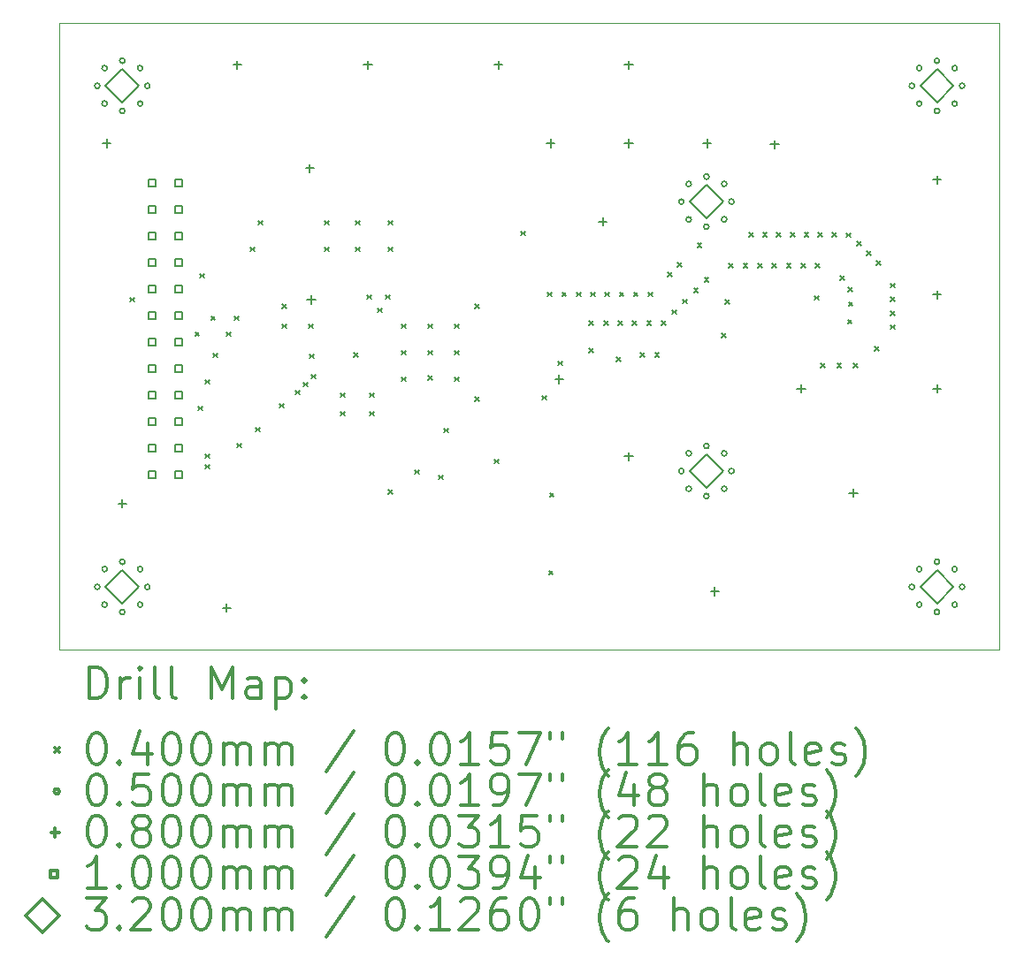
<source format=gbr>
%FSLAX45Y45*%
G04 Gerber Fmt 4.5, Leading zero omitted, Abs format (unit mm)*
G04 Created by KiCad (PCBNEW (5.1.12)-1) date 2021-12-17 11:46:13*
%MOMM*%
%LPD*%
G01*
G04 APERTURE LIST*
%TA.AperFunction,Profile*%
%ADD10C,0.050000*%
%TD*%
%ADD11C,0.200000*%
%ADD12C,0.300000*%
G04 APERTURE END LIST*
D10*
X9022000Y-7472360D02*
X18022000Y-7472360D01*
X18022000Y-7472360D02*
X18022000Y-13472360D01*
X9022000Y-13472360D02*
X9022000Y-7472360D01*
X18022000Y-13472360D02*
X9022000Y-13472360D01*
D11*
X9695500Y-10099360D02*
X9735500Y-10139360D01*
X9735500Y-10099360D02*
X9695500Y-10139360D01*
X10318265Y-10430025D02*
X10358265Y-10470025D01*
X10358265Y-10430025D02*
X10318265Y-10470025D01*
X10346900Y-11140760D02*
X10386900Y-11180760D01*
X10386900Y-11140760D02*
X10346900Y-11180760D01*
X10368600Y-9870760D02*
X10408600Y-9910760D01*
X10408600Y-9870760D02*
X10368600Y-9910760D01*
X10419400Y-10886760D02*
X10459400Y-10926760D01*
X10459400Y-10886760D02*
X10419400Y-10926760D01*
X10419400Y-11597960D02*
X10459400Y-11637960D01*
X10459400Y-11597960D02*
X10419400Y-11637960D01*
X10419400Y-11699560D02*
X10459400Y-11739560D01*
X10459400Y-11699560D02*
X10419400Y-11739560D01*
X10470665Y-10277625D02*
X10510665Y-10317625D01*
X10510665Y-10277625D02*
X10470665Y-10317625D01*
X10495600Y-10632760D02*
X10535600Y-10672760D01*
X10535600Y-10632760D02*
X10495600Y-10672760D01*
X10622600Y-10429560D02*
X10662600Y-10469560D01*
X10662600Y-10429560D02*
X10622600Y-10469560D01*
X10698800Y-10277160D02*
X10738800Y-10317160D01*
X10738800Y-10277160D02*
X10698800Y-10317160D01*
X10724200Y-11496360D02*
X10764200Y-11536360D01*
X10764200Y-11496360D02*
X10724200Y-11536360D01*
X10851200Y-9616760D02*
X10891200Y-9656760D01*
X10891200Y-9616760D02*
X10851200Y-9656760D01*
X10902000Y-11343960D02*
X10942000Y-11383960D01*
X10942000Y-11343960D02*
X10902000Y-11383960D01*
X10927400Y-9362760D02*
X10967400Y-9402760D01*
X10967400Y-9362760D02*
X10927400Y-9402760D01*
X11130600Y-11115360D02*
X11170600Y-11155360D01*
X11170600Y-11115360D02*
X11130600Y-11155360D01*
X11156000Y-10162860D02*
X11196000Y-10202860D01*
X11196000Y-10162860D02*
X11156000Y-10202860D01*
X11156000Y-10353360D02*
X11196000Y-10393360D01*
X11196000Y-10353360D02*
X11156000Y-10393360D01*
X11283000Y-10988360D02*
X11323000Y-11028360D01*
X11323000Y-10988360D02*
X11283000Y-11028360D01*
X11359200Y-10912160D02*
X11399200Y-10952160D01*
X11399200Y-10912160D02*
X11359200Y-10952160D01*
X11410000Y-10353360D02*
X11450000Y-10393360D01*
X11450000Y-10353360D02*
X11410000Y-10393360D01*
X11415080Y-10642920D02*
X11455080Y-10682920D01*
X11455080Y-10642920D02*
X11415080Y-10682920D01*
X11435400Y-10835960D02*
X11475400Y-10875960D01*
X11475400Y-10835960D02*
X11435400Y-10875960D01*
X11562400Y-9362760D02*
X11602400Y-9402760D01*
X11602400Y-9362760D02*
X11562400Y-9402760D01*
X11562400Y-9616760D02*
X11602400Y-9656760D01*
X11602400Y-9616760D02*
X11562400Y-9656760D01*
X11714800Y-11013760D02*
X11754800Y-11053760D01*
X11754800Y-11013760D02*
X11714800Y-11053760D01*
X11714800Y-11191560D02*
X11754800Y-11231560D01*
X11754800Y-11191560D02*
X11714800Y-11231560D01*
X11841670Y-10632630D02*
X11881670Y-10672630D01*
X11881670Y-10632630D02*
X11841670Y-10672630D01*
X11854500Y-9362760D02*
X11894500Y-9402760D01*
X11894500Y-9362760D02*
X11854500Y-9402760D01*
X11854500Y-9616760D02*
X11894500Y-9656760D01*
X11894500Y-9616760D02*
X11854500Y-9656760D01*
X11968800Y-10073960D02*
X12008800Y-10113960D01*
X12008800Y-10073960D02*
X11968800Y-10113960D01*
X11994200Y-11013760D02*
X12034200Y-11053760D01*
X12034200Y-11013760D02*
X11994200Y-11053760D01*
X11994200Y-11191560D02*
X12034200Y-11231560D01*
X12034200Y-11191560D02*
X11994200Y-11231560D01*
X12070400Y-10200960D02*
X12110400Y-10240960D01*
X12110400Y-10200960D02*
X12070400Y-10240960D01*
X12146600Y-10073960D02*
X12186600Y-10113960D01*
X12186600Y-10073960D02*
X12146600Y-10113960D01*
X12172000Y-9362760D02*
X12212000Y-9402760D01*
X12212000Y-9362760D02*
X12172000Y-9402760D01*
X12172000Y-9616760D02*
X12212000Y-9656760D01*
X12212000Y-9616760D02*
X12172000Y-9656760D01*
X12172000Y-11940860D02*
X12212000Y-11980860D01*
X12212000Y-11940860D02*
X12172000Y-11980860D01*
X12299000Y-10353360D02*
X12339000Y-10393360D01*
X12339000Y-10353360D02*
X12299000Y-10393360D01*
X12299000Y-10607360D02*
X12339000Y-10647360D01*
X12339000Y-10607360D02*
X12299000Y-10647360D01*
X12299000Y-10861360D02*
X12339000Y-10901360D01*
X12339000Y-10861360D02*
X12299000Y-10901360D01*
X12426000Y-11750360D02*
X12466000Y-11790360D01*
X12466000Y-11750360D02*
X12426000Y-11790360D01*
X12553000Y-10353360D02*
X12593000Y-10393360D01*
X12593000Y-10353360D02*
X12553000Y-10393360D01*
X12553000Y-10607360D02*
X12593000Y-10647360D01*
X12593000Y-10607360D02*
X12553000Y-10647360D01*
X12553000Y-10852360D02*
X12593000Y-10892360D01*
X12593000Y-10852360D02*
X12553000Y-10892360D01*
X12654600Y-11801160D02*
X12694600Y-11841160D01*
X12694600Y-11801160D02*
X12654600Y-11841160D01*
X12702000Y-11352360D02*
X12742000Y-11392360D01*
X12742000Y-11352360D02*
X12702000Y-11392360D01*
X12807000Y-10353360D02*
X12847000Y-10393360D01*
X12847000Y-10353360D02*
X12807000Y-10393360D01*
X12807000Y-10607360D02*
X12847000Y-10647360D01*
X12847000Y-10607360D02*
X12807000Y-10647360D01*
X12807000Y-10861360D02*
X12847000Y-10901360D01*
X12847000Y-10861360D02*
X12807000Y-10901360D01*
X12997500Y-10162860D02*
X13037500Y-10202860D01*
X13037500Y-10162860D02*
X12997500Y-10202860D01*
X12997500Y-11051860D02*
X13037500Y-11091860D01*
X13037500Y-11051860D02*
X12997500Y-11091860D01*
X13188000Y-11648760D02*
X13228000Y-11688760D01*
X13228000Y-11648760D02*
X13188000Y-11688760D01*
X13442000Y-9464360D02*
X13482000Y-9504360D01*
X13482000Y-9464360D02*
X13442000Y-9504360D01*
X13645200Y-11039160D02*
X13685200Y-11079160D01*
X13685200Y-11039160D02*
X13645200Y-11079160D01*
X13694925Y-10049959D02*
X13734925Y-10089959D01*
X13734925Y-10049959D02*
X13694925Y-10089959D01*
X13706080Y-12715760D02*
X13746080Y-12755760D01*
X13746080Y-12715760D02*
X13706080Y-12755760D01*
X13713700Y-11971540D02*
X13753700Y-12011540D01*
X13753700Y-11971540D02*
X13713700Y-12011540D01*
X13797600Y-10708960D02*
X13837600Y-10748960D01*
X13837600Y-10708960D02*
X13797600Y-10748960D01*
X13832351Y-10049959D02*
X13872351Y-10089959D01*
X13872351Y-10049959D02*
X13832351Y-10089959D01*
X13969778Y-10049959D02*
X14009778Y-10089959D01*
X14009778Y-10049959D02*
X13969778Y-10089959D01*
X14092000Y-10587360D02*
X14132000Y-10627360D01*
X14132000Y-10587360D02*
X14092000Y-10627360D01*
X14093939Y-10322360D02*
X14133939Y-10362360D01*
X14133939Y-10322360D02*
X14093939Y-10362360D01*
X14107205Y-10049959D02*
X14147205Y-10089959D01*
X14147205Y-10049959D02*
X14107205Y-10089959D01*
X14232054Y-10322360D02*
X14272054Y-10362360D01*
X14272054Y-10322360D02*
X14232054Y-10362360D01*
X14244632Y-10049959D02*
X14284632Y-10089959D01*
X14284632Y-10049959D02*
X14244632Y-10089959D01*
X14356197Y-10669058D02*
X14396197Y-10709058D01*
X14396197Y-10669058D02*
X14356197Y-10709058D01*
X14370168Y-10322360D02*
X14410168Y-10362360D01*
X14410168Y-10322360D02*
X14370168Y-10362360D01*
X14382059Y-10049959D02*
X14422059Y-10089959D01*
X14422059Y-10049959D02*
X14382059Y-10089959D01*
X14508282Y-10322360D02*
X14548282Y-10362360D01*
X14548282Y-10322360D02*
X14508282Y-10362360D01*
X14519485Y-10049959D02*
X14559485Y-10089959D01*
X14559485Y-10049959D02*
X14519485Y-10089959D01*
X14581610Y-10630721D02*
X14621610Y-10670721D01*
X14621610Y-10630721D02*
X14581610Y-10670721D01*
X14646397Y-10322360D02*
X14686397Y-10362360D01*
X14686397Y-10322360D02*
X14646397Y-10362360D01*
X14656912Y-10049959D02*
X14696912Y-10089959D01*
X14696912Y-10049959D02*
X14656912Y-10089959D01*
X14720544Y-10630721D02*
X14760544Y-10670721D01*
X14760544Y-10630721D02*
X14720544Y-10670721D01*
X14784511Y-10322360D02*
X14824511Y-10362360D01*
X14824511Y-10322360D02*
X14784511Y-10362360D01*
X14844926Y-9861945D02*
X14884926Y-9901945D01*
X14884926Y-9861945D02*
X14844926Y-9901945D01*
X14887561Y-10219310D02*
X14927561Y-10259310D01*
X14927561Y-10219310D02*
X14887561Y-10259310D01*
X14938933Y-9767938D02*
X14978933Y-9807938D01*
X14978933Y-9767938D02*
X14938933Y-9807938D01*
X14990610Y-10116261D02*
X15030610Y-10156261D01*
X15030610Y-10116261D02*
X14990610Y-10156261D01*
X15093660Y-10013211D02*
X15133660Y-10053211D01*
X15133660Y-10013211D02*
X15093660Y-10053211D01*
X15126947Y-9579924D02*
X15166947Y-9619924D01*
X15166947Y-9579924D02*
X15126947Y-9619924D01*
X15196710Y-9910161D02*
X15236710Y-9950161D01*
X15236710Y-9910161D02*
X15196710Y-9950161D01*
X15362000Y-10442360D02*
X15402000Y-10482360D01*
X15402000Y-10442360D02*
X15362000Y-10482360D01*
X15397000Y-10122360D02*
X15437000Y-10162360D01*
X15437000Y-10122360D02*
X15397000Y-10162360D01*
X15431158Y-9777359D02*
X15471158Y-9817359D01*
X15471158Y-9777359D02*
X15431158Y-9817359D01*
X15569288Y-9777359D02*
X15609288Y-9817359D01*
X15609288Y-9777359D02*
X15569288Y-9817359D01*
X15621840Y-9477359D02*
X15661840Y-9517359D01*
X15661840Y-9477359D02*
X15621840Y-9517359D01*
X15707417Y-9777359D02*
X15747417Y-9817359D01*
X15747417Y-9777359D02*
X15707417Y-9817359D01*
X15754786Y-9477359D02*
X15794786Y-9517359D01*
X15794786Y-9477359D02*
X15754786Y-9517359D01*
X15845546Y-9777359D02*
X15885546Y-9817359D01*
X15885546Y-9777359D02*
X15845546Y-9817359D01*
X15887732Y-9477359D02*
X15927732Y-9517359D01*
X15927732Y-9477359D02*
X15887732Y-9517359D01*
X15983676Y-9777359D02*
X16023676Y-9817359D01*
X16023676Y-9777359D02*
X15983676Y-9817359D01*
X16020678Y-9477359D02*
X16060678Y-9517359D01*
X16060678Y-9477359D02*
X16020678Y-9517359D01*
X16121805Y-9777359D02*
X16161805Y-9817359D01*
X16161805Y-9777359D02*
X16121805Y-9817359D01*
X16153624Y-9477359D02*
X16193624Y-9517359D01*
X16193624Y-9477359D02*
X16153624Y-9517359D01*
X16248152Y-10082360D02*
X16288152Y-10122360D01*
X16288152Y-10082360D02*
X16248152Y-10122360D01*
X16259934Y-9777359D02*
X16299934Y-9817359D01*
X16299934Y-9777359D02*
X16259934Y-9817359D01*
X16286570Y-9477359D02*
X16326570Y-9517359D01*
X16326570Y-9477359D02*
X16286570Y-9517359D01*
X16310640Y-10731360D02*
X16350640Y-10771360D01*
X16350640Y-10731360D02*
X16310640Y-10771360D01*
X16419515Y-9477359D02*
X16459515Y-9517359D01*
X16459515Y-9477359D02*
X16419515Y-9517359D01*
X16466559Y-10731360D02*
X16506559Y-10771360D01*
X16506559Y-10731360D02*
X16466559Y-10771360D01*
X16492786Y-9895657D02*
X16532786Y-9935657D01*
X16532786Y-9895657D02*
X16492786Y-9935657D01*
X16552144Y-9481234D02*
X16592144Y-9521234D01*
X16592144Y-9481234D02*
X16552144Y-9521234D01*
X16567000Y-10312360D02*
X16607000Y-10352360D01*
X16607000Y-10312360D02*
X16567000Y-10352360D01*
X16573730Y-10004743D02*
X16613730Y-10044743D01*
X16613730Y-10004743D02*
X16573730Y-10044743D01*
X16577001Y-10142627D02*
X16617001Y-10182627D01*
X16617001Y-10142627D02*
X16577001Y-10182627D01*
X16622477Y-10731229D02*
X16662477Y-10771229D01*
X16662477Y-10731229D02*
X16622477Y-10771229D01*
X16656875Y-9559746D02*
X16696875Y-9599746D01*
X16696875Y-9559746D02*
X16656875Y-9599746D01*
X16750882Y-9653753D02*
X16790882Y-9693753D01*
X16790882Y-9653753D02*
X16750882Y-9693753D01*
X16828510Y-10573339D02*
X16868510Y-10613339D01*
X16868510Y-10573339D02*
X16828510Y-10613339D01*
X16844889Y-9747760D02*
X16884889Y-9787760D01*
X16884889Y-9747760D02*
X16844889Y-9787760D01*
X16977001Y-9964523D02*
X17017001Y-10004523D01*
X17017001Y-9964523D02*
X16977001Y-10004523D01*
X16977001Y-10097469D02*
X17017001Y-10137469D01*
X17017001Y-10097469D02*
X16977001Y-10137469D01*
X16977001Y-10230415D02*
X17017001Y-10270415D01*
X17017001Y-10230415D02*
X16977001Y-10270415D01*
X16977001Y-10363361D02*
X17017001Y-10403361D01*
X17017001Y-10363361D02*
X16977001Y-10403361D01*
X9407000Y-8072360D02*
G75*
G03*
X9407000Y-8072360I-25000J0D01*
G01*
X9407000Y-12872360D02*
G75*
G03*
X9407000Y-12872360I-25000J0D01*
G01*
X9477294Y-7902654D02*
G75*
G03*
X9477294Y-7902654I-25000J0D01*
G01*
X9477294Y-8242066D02*
G75*
G03*
X9477294Y-8242066I-25000J0D01*
G01*
X9477294Y-12702654D02*
G75*
G03*
X9477294Y-12702654I-25000J0D01*
G01*
X9477294Y-13042066D02*
G75*
G03*
X9477294Y-13042066I-25000J0D01*
G01*
X9647000Y-7832360D02*
G75*
G03*
X9647000Y-7832360I-25000J0D01*
G01*
X9647000Y-8312360D02*
G75*
G03*
X9647000Y-8312360I-25000J0D01*
G01*
X9647000Y-12632360D02*
G75*
G03*
X9647000Y-12632360I-25000J0D01*
G01*
X9647000Y-13112360D02*
G75*
G03*
X9647000Y-13112360I-25000J0D01*
G01*
X9816706Y-7902654D02*
G75*
G03*
X9816706Y-7902654I-25000J0D01*
G01*
X9816706Y-8242066D02*
G75*
G03*
X9816706Y-8242066I-25000J0D01*
G01*
X9816706Y-12702654D02*
G75*
G03*
X9816706Y-12702654I-25000J0D01*
G01*
X9816706Y-13042066D02*
G75*
G03*
X9816706Y-13042066I-25000J0D01*
G01*
X9887000Y-8072360D02*
G75*
G03*
X9887000Y-8072360I-25000J0D01*
G01*
X9887000Y-12872360D02*
G75*
G03*
X9887000Y-12872360I-25000J0D01*
G01*
X14999520Y-9182040D02*
G75*
G03*
X14999520Y-9182040I-25000J0D01*
G01*
X14999520Y-11762680D02*
G75*
G03*
X14999520Y-11762680I-25000J0D01*
G01*
X15069814Y-9012334D02*
G75*
G03*
X15069814Y-9012334I-25000J0D01*
G01*
X15069814Y-9351746D02*
G75*
G03*
X15069814Y-9351746I-25000J0D01*
G01*
X15069814Y-11592974D02*
G75*
G03*
X15069814Y-11592974I-25000J0D01*
G01*
X15069814Y-11932386D02*
G75*
G03*
X15069814Y-11932386I-25000J0D01*
G01*
X15239520Y-8942040D02*
G75*
G03*
X15239520Y-8942040I-25000J0D01*
G01*
X15239520Y-9422040D02*
G75*
G03*
X15239520Y-9422040I-25000J0D01*
G01*
X15239520Y-11522680D02*
G75*
G03*
X15239520Y-11522680I-25000J0D01*
G01*
X15239520Y-12002680D02*
G75*
G03*
X15239520Y-12002680I-25000J0D01*
G01*
X15409226Y-9012334D02*
G75*
G03*
X15409226Y-9012334I-25000J0D01*
G01*
X15409226Y-9351746D02*
G75*
G03*
X15409226Y-9351746I-25000J0D01*
G01*
X15409226Y-11592974D02*
G75*
G03*
X15409226Y-11592974I-25000J0D01*
G01*
X15409226Y-11932386D02*
G75*
G03*
X15409226Y-11932386I-25000J0D01*
G01*
X15479520Y-9182040D02*
G75*
G03*
X15479520Y-9182040I-25000J0D01*
G01*
X15479520Y-11762680D02*
G75*
G03*
X15479520Y-11762680I-25000J0D01*
G01*
X17207000Y-8072360D02*
G75*
G03*
X17207000Y-8072360I-25000J0D01*
G01*
X17207000Y-12872360D02*
G75*
G03*
X17207000Y-12872360I-25000J0D01*
G01*
X17277294Y-7902654D02*
G75*
G03*
X17277294Y-7902654I-25000J0D01*
G01*
X17277294Y-8242066D02*
G75*
G03*
X17277294Y-8242066I-25000J0D01*
G01*
X17277294Y-12702654D02*
G75*
G03*
X17277294Y-12702654I-25000J0D01*
G01*
X17277294Y-13042066D02*
G75*
G03*
X17277294Y-13042066I-25000J0D01*
G01*
X17447000Y-7832360D02*
G75*
G03*
X17447000Y-7832360I-25000J0D01*
G01*
X17447000Y-8312360D02*
G75*
G03*
X17447000Y-8312360I-25000J0D01*
G01*
X17447000Y-12632360D02*
G75*
G03*
X17447000Y-12632360I-25000J0D01*
G01*
X17447000Y-13112360D02*
G75*
G03*
X17447000Y-13112360I-25000J0D01*
G01*
X17616706Y-7902654D02*
G75*
G03*
X17616706Y-7902654I-25000J0D01*
G01*
X17616706Y-8242066D02*
G75*
G03*
X17616706Y-8242066I-25000J0D01*
G01*
X17616706Y-12702654D02*
G75*
G03*
X17616706Y-12702654I-25000J0D01*
G01*
X17616706Y-13042066D02*
G75*
G03*
X17616706Y-13042066I-25000J0D01*
G01*
X17687000Y-8072360D02*
G75*
G03*
X17687000Y-8072360I-25000J0D01*
G01*
X17687000Y-12872360D02*
G75*
G03*
X17687000Y-12872360I-25000J0D01*
G01*
X9472000Y-8582360D02*
X9472000Y-8662360D01*
X9432000Y-8622360D02*
X9512000Y-8622360D01*
X9622000Y-12032360D02*
X9622000Y-12112360D01*
X9582000Y-12072360D02*
X9662000Y-12072360D01*
X10622000Y-13032360D02*
X10622000Y-13112360D01*
X10582000Y-13072360D02*
X10662000Y-13072360D01*
X10722000Y-7832360D02*
X10722000Y-7912360D01*
X10682000Y-7872360D02*
X10762000Y-7872360D01*
X11417300Y-8822060D02*
X11417300Y-8902060D01*
X11377300Y-8862060D02*
X11457300Y-8862060D01*
X11430000Y-10079360D02*
X11430000Y-10159360D01*
X11390000Y-10119360D02*
X11470000Y-10119360D01*
X11972000Y-7832360D02*
X11972000Y-7912360D01*
X11932000Y-7872360D02*
X12012000Y-7872360D01*
X13222000Y-7832360D02*
X13222000Y-7912360D01*
X13182000Y-7872360D02*
X13262000Y-7872360D01*
X13722000Y-8582360D02*
X13722000Y-8662360D01*
X13682000Y-8622360D02*
X13762000Y-8622360D01*
X13804900Y-10841360D02*
X13804900Y-10921360D01*
X13764900Y-10881360D02*
X13844900Y-10881360D01*
X14222000Y-9332360D02*
X14222000Y-9412360D01*
X14182000Y-9372360D02*
X14262000Y-9372360D01*
X14472000Y-7832360D02*
X14472000Y-7912360D01*
X14432000Y-7872360D02*
X14512000Y-7872360D01*
X14472000Y-8582360D02*
X14472000Y-8662360D01*
X14432000Y-8622360D02*
X14512000Y-8622360D01*
X14472000Y-11582360D02*
X14472000Y-11662360D01*
X14432000Y-11622360D02*
X14512000Y-11622360D01*
X15222000Y-8582360D02*
X15222000Y-8662360D01*
X15182000Y-8622360D02*
X15262000Y-8622360D01*
X15295800Y-12873560D02*
X15295800Y-12953560D01*
X15255800Y-12913560D02*
X15335800Y-12913560D01*
X15867300Y-8593660D02*
X15867300Y-8673660D01*
X15827300Y-8633660D02*
X15907300Y-8633660D01*
X16122000Y-10932360D02*
X16122000Y-11012360D01*
X16082000Y-10972360D02*
X16162000Y-10972360D01*
X16622000Y-11932360D02*
X16622000Y-12012360D01*
X16582000Y-11972360D02*
X16662000Y-11972360D01*
X17422000Y-8932360D02*
X17422000Y-9012360D01*
X17382000Y-8972360D02*
X17462000Y-8972360D01*
X17422000Y-10032360D02*
X17422000Y-10112360D01*
X17382000Y-10072360D02*
X17462000Y-10072360D01*
X17422000Y-10932360D02*
X17422000Y-11012360D01*
X17382000Y-10972360D02*
X17462000Y-10972360D01*
X9941356Y-9037116D02*
X9941356Y-8966404D01*
X9870644Y-8966404D01*
X9870644Y-9037116D01*
X9941356Y-9037116D01*
X9941356Y-9291116D02*
X9941356Y-9220404D01*
X9870644Y-9220404D01*
X9870644Y-9291116D01*
X9941356Y-9291116D01*
X9941356Y-9545116D02*
X9941356Y-9474404D01*
X9870644Y-9474404D01*
X9870644Y-9545116D01*
X9941356Y-9545116D01*
X9941356Y-9799116D02*
X9941356Y-9728404D01*
X9870644Y-9728404D01*
X9870644Y-9799116D01*
X9941356Y-9799116D01*
X9941356Y-10053116D02*
X9941356Y-9982404D01*
X9870644Y-9982404D01*
X9870644Y-10053116D01*
X9941356Y-10053116D01*
X9941356Y-10307116D02*
X9941356Y-10236404D01*
X9870644Y-10236404D01*
X9870644Y-10307116D01*
X9941356Y-10307116D01*
X9941356Y-10561116D02*
X9941356Y-10490404D01*
X9870644Y-10490404D01*
X9870644Y-10561116D01*
X9941356Y-10561116D01*
X9941356Y-10815116D02*
X9941356Y-10744404D01*
X9870644Y-10744404D01*
X9870644Y-10815116D01*
X9941356Y-10815116D01*
X9941356Y-11069116D02*
X9941356Y-10998404D01*
X9870644Y-10998404D01*
X9870644Y-11069116D01*
X9941356Y-11069116D01*
X9941356Y-11323116D02*
X9941356Y-11252404D01*
X9870644Y-11252404D01*
X9870644Y-11323116D01*
X9941356Y-11323116D01*
X9941356Y-11577116D02*
X9941356Y-11506404D01*
X9870644Y-11506404D01*
X9870644Y-11577116D01*
X9941356Y-11577116D01*
X9941356Y-11831116D02*
X9941356Y-11760404D01*
X9870644Y-11760404D01*
X9870644Y-11831116D01*
X9941356Y-11831116D01*
X10195356Y-9037116D02*
X10195356Y-8966404D01*
X10124644Y-8966404D01*
X10124644Y-9037116D01*
X10195356Y-9037116D01*
X10195356Y-9291116D02*
X10195356Y-9220404D01*
X10124644Y-9220404D01*
X10124644Y-9291116D01*
X10195356Y-9291116D01*
X10195356Y-9545116D02*
X10195356Y-9474404D01*
X10124644Y-9474404D01*
X10124644Y-9545116D01*
X10195356Y-9545116D01*
X10195356Y-9799116D02*
X10195356Y-9728404D01*
X10124644Y-9728404D01*
X10124644Y-9799116D01*
X10195356Y-9799116D01*
X10195356Y-10053116D02*
X10195356Y-9982404D01*
X10124644Y-9982404D01*
X10124644Y-10053116D01*
X10195356Y-10053116D01*
X10195356Y-10307116D02*
X10195356Y-10236404D01*
X10124644Y-10236404D01*
X10124644Y-10307116D01*
X10195356Y-10307116D01*
X10195356Y-10561116D02*
X10195356Y-10490404D01*
X10124644Y-10490404D01*
X10124644Y-10561116D01*
X10195356Y-10561116D01*
X10195356Y-10815116D02*
X10195356Y-10744404D01*
X10124644Y-10744404D01*
X10124644Y-10815116D01*
X10195356Y-10815116D01*
X10195356Y-11069116D02*
X10195356Y-10998404D01*
X10124644Y-10998404D01*
X10124644Y-11069116D01*
X10195356Y-11069116D01*
X10195356Y-11323116D02*
X10195356Y-11252404D01*
X10124644Y-11252404D01*
X10124644Y-11323116D01*
X10195356Y-11323116D01*
X10195356Y-11577116D02*
X10195356Y-11506404D01*
X10124644Y-11506404D01*
X10124644Y-11577116D01*
X10195356Y-11577116D01*
X10195356Y-11831116D02*
X10195356Y-11760404D01*
X10124644Y-11760404D01*
X10124644Y-11831116D01*
X10195356Y-11831116D01*
X9622000Y-8232360D02*
X9782000Y-8072360D01*
X9622000Y-7912360D01*
X9462000Y-8072360D01*
X9622000Y-8232360D01*
X9622000Y-13032360D02*
X9782000Y-12872360D01*
X9622000Y-12712360D01*
X9462000Y-12872360D01*
X9622000Y-13032360D01*
X15214520Y-9342040D02*
X15374520Y-9182040D01*
X15214520Y-9022040D01*
X15054520Y-9182040D01*
X15214520Y-9342040D01*
X15214520Y-11922680D02*
X15374520Y-11762680D01*
X15214520Y-11602680D01*
X15054520Y-11762680D01*
X15214520Y-11922680D01*
X17422000Y-8232360D02*
X17582000Y-8072360D01*
X17422000Y-7912360D01*
X17262000Y-8072360D01*
X17422000Y-8232360D01*
X17422000Y-13032360D02*
X17582000Y-12872360D01*
X17422000Y-12712360D01*
X17262000Y-12872360D01*
X17422000Y-13032360D01*
D12*
X9305928Y-13940574D02*
X9305928Y-13640574D01*
X9377357Y-13640574D01*
X9420214Y-13654860D01*
X9448786Y-13683431D01*
X9463071Y-13712003D01*
X9477357Y-13769146D01*
X9477357Y-13812003D01*
X9463071Y-13869146D01*
X9448786Y-13897717D01*
X9420214Y-13926289D01*
X9377357Y-13940574D01*
X9305928Y-13940574D01*
X9605928Y-13940574D02*
X9605928Y-13740574D01*
X9605928Y-13797717D02*
X9620214Y-13769146D01*
X9634500Y-13754860D01*
X9663071Y-13740574D01*
X9691643Y-13740574D01*
X9791643Y-13940574D02*
X9791643Y-13740574D01*
X9791643Y-13640574D02*
X9777357Y-13654860D01*
X9791643Y-13669146D01*
X9805928Y-13654860D01*
X9791643Y-13640574D01*
X9791643Y-13669146D01*
X9977357Y-13940574D02*
X9948786Y-13926289D01*
X9934500Y-13897717D01*
X9934500Y-13640574D01*
X10134500Y-13940574D02*
X10105928Y-13926289D01*
X10091643Y-13897717D01*
X10091643Y-13640574D01*
X10477357Y-13940574D02*
X10477357Y-13640574D01*
X10577357Y-13854860D01*
X10677357Y-13640574D01*
X10677357Y-13940574D01*
X10948786Y-13940574D02*
X10948786Y-13783431D01*
X10934500Y-13754860D01*
X10905928Y-13740574D01*
X10848786Y-13740574D01*
X10820214Y-13754860D01*
X10948786Y-13926289D02*
X10920214Y-13940574D01*
X10848786Y-13940574D01*
X10820214Y-13926289D01*
X10805928Y-13897717D01*
X10805928Y-13869146D01*
X10820214Y-13840574D01*
X10848786Y-13826289D01*
X10920214Y-13826289D01*
X10948786Y-13812003D01*
X11091643Y-13740574D02*
X11091643Y-14040574D01*
X11091643Y-13754860D02*
X11120214Y-13740574D01*
X11177357Y-13740574D01*
X11205928Y-13754860D01*
X11220214Y-13769146D01*
X11234500Y-13797717D01*
X11234500Y-13883431D01*
X11220214Y-13912003D01*
X11205928Y-13926289D01*
X11177357Y-13940574D01*
X11120214Y-13940574D01*
X11091643Y-13926289D01*
X11363071Y-13912003D02*
X11377357Y-13926289D01*
X11363071Y-13940574D01*
X11348786Y-13926289D01*
X11363071Y-13912003D01*
X11363071Y-13940574D01*
X11363071Y-13754860D02*
X11377357Y-13769146D01*
X11363071Y-13783431D01*
X11348786Y-13769146D01*
X11363071Y-13754860D01*
X11363071Y-13783431D01*
X8979500Y-14414860D02*
X9019500Y-14454860D01*
X9019500Y-14414860D02*
X8979500Y-14454860D01*
X9363071Y-14270574D02*
X9391643Y-14270574D01*
X9420214Y-14284860D01*
X9434500Y-14299146D01*
X9448786Y-14327717D01*
X9463071Y-14384860D01*
X9463071Y-14456289D01*
X9448786Y-14513431D01*
X9434500Y-14542003D01*
X9420214Y-14556289D01*
X9391643Y-14570574D01*
X9363071Y-14570574D01*
X9334500Y-14556289D01*
X9320214Y-14542003D01*
X9305928Y-14513431D01*
X9291643Y-14456289D01*
X9291643Y-14384860D01*
X9305928Y-14327717D01*
X9320214Y-14299146D01*
X9334500Y-14284860D01*
X9363071Y-14270574D01*
X9591643Y-14542003D02*
X9605928Y-14556289D01*
X9591643Y-14570574D01*
X9577357Y-14556289D01*
X9591643Y-14542003D01*
X9591643Y-14570574D01*
X9863071Y-14370574D02*
X9863071Y-14570574D01*
X9791643Y-14256289D02*
X9720214Y-14470574D01*
X9905928Y-14470574D01*
X10077357Y-14270574D02*
X10105928Y-14270574D01*
X10134500Y-14284860D01*
X10148786Y-14299146D01*
X10163071Y-14327717D01*
X10177357Y-14384860D01*
X10177357Y-14456289D01*
X10163071Y-14513431D01*
X10148786Y-14542003D01*
X10134500Y-14556289D01*
X10105928Y-14570574D01*
X10077357Y-14570574D01*
X10048786Y-14556289D01*
X10034500Y-14542003D01*
X10020214Y-14513431D01*
X10005928Y-14456289D01*
X10005928Y-14384860D01*
X10020214Y-14327717D01*
X10034500Y-14299146D01*
X10048786Y-14284860D01*
X10077357Y-14270574D01*
X10363071Y-14270574D02*
X10391643Y-14270574D01*
X10420214Y-14284860D01*
X10434500Y-14299146D01*
X10448786Y-14327717D01*
X10463071Y-14384860D01*
X10463071Y-14456289D01*
X10448786Y-14513431D01*
X10434500Y-14542003D01*
X10420214Y-14556289D01*
X10391643Y-14570574D01*
X10363071Y-14570574D01*
X10334500Y-14556289D01*
X10320214Y-14542003D01*
X10305928Y-14513431D01*
X10291643Y-14456289D01*
X10291643Y-14384860D01*
X10305928Y-14327717D01*
X10320214Y-14299146D01*
X10334500Y-14284860D01*
X10363071Y-14270574D01*
X10591643Y-14570574D02*
X10591643Y-14370574D01*
X10591643Y-14399146D02*
X10605928Y-14384860D01*
X10634500Y-14370574D01*
X10677357Y-14370574D01*
X10705928Y-14384860D01*
X10720214Y-14413431D01*
X10720214Y-14570574D01*
X10720214Y-14413431D02*
X10734500Y-14384860D01*
X10763071Y-14370574D01*
X10805928Y-14370574D01*
X10834500Y-14384860D01*
X10848786Y-14413431D01*
X10848786Y-14570574D01*
X10991643Y-14570574D02*
X10991643Y-14370574D01*
X10991643Y-14399146D02*
X11005928Y-14384860D01*
X11034500Y-14370574D01*
X11077357Y-14370574D01*
X11105928Y-14384860D01*
X11120214Y-14413431D01*
X11120214Y-14570574D01*
X11120214Y-14413431D02*
X11134500Y-14384860D01*
X11163071Y-14370574D01*
X11205928Y-14370574D01*
X11234500Y-14384860D01*
X11248786Y-14413431D01*
X11248786Y-14570574D01*
X11834500Y-14256289D02*
X11577357Y-14642003D01*
X12220214Y-14270574D02*
X12248786Y-14270574D01*
X12277357Y-14284860D01*
X12291643Y-14299146D01*
X12305928Y-14327717D01*
X12320214Y-14384860D01*
X12320214Y-14456289D01*
X12305928Y-14513431D01*
X12291643Y-14542003D01*
X12277357Y-14556289D01*
X12248786Y-14570574D01*
X12220214Y-14570574D01*
X12191643Y-14556289D01*
X12177357Y-14542003D01*
X12163071Y-14513431D01*
X12148786Y-14456289D01*
X12148786Y-14384860D01*
X12163071Y-14327717D01*
X12177357Y-14299146D01*
X12191643Y-14284860D01*
X12220214Y-14270574D01*
X12448786Y-14542003D02*
X12463071Y-14556289D01*
X12448786Y-14570574D01*
X12434500Y-14556289D01*
X12448786Y-14542003D01*
X12448786Y-14570574D01*
X12648786Y-14270574D02*
X12677357Y-14270574D01*
X12705928Y-14284860D01*
X12720214Y-14299146D01*
X12734500Y-14327717D01*
X12748786Y-14384860D01*
X12748786Y-14456289D01*
X12734500Y-14513431D01*
X12720214Y-14542003D01*
X12705928Y-14556289D01*
X12677357Y-14570574D01*
X12648786Y-14570574D01*
X12620214Y-14556289D01*
X12605928Y-14542003D01*
X12591643Y-14513431D01*
X12577357Y-14456289D01*
X12577357Y-14384860D01*
X12591643Y-14327717D01*
X12605928Y-14299146D01*
X12620214Y-14284860D01*
X12648786Y-14270574D01*
X13034500Y-14570574D02*
X12863071Y-14570574D01*
X12948786Y-14570574D02*
X12948786Y-14270574D01*
X12920214Y-14313431D01*
X12891643Y-14342003D01*
X12863071Y-14356289D01*
X13305928Y-14270574D02*
X13163071Y-14270574D01*
X13148786Y-14413431D01*
X13163071Y-14399146D01*
X13191643Y-14384860D01*
X13263071Y-14384860D01*
X13291643Y-14399146D01*
X13305928Y-14413431D01*
X13320214Y-14442003D01*
X13320214Y-14513431D01*
X13305928Y-14542003D01*
X13291643Y-14556289D01*
X13263071Y-14570574D01*
X13191643Y-14570574D01*
X13163071Y-14556289D01*
X13148786Y-14542003D01*
X13420214Y-14270574D02*
X13620214Y-14270574D01*
X13491643Y-14570574D01*
X13720214Y-14270574D02*
X13720214Y-14327717D01*
X13834500Y-14270574D02*
X13834500Y-14327717D01*
X14277357Y-14684860D02*
X14263071Y-14670574D01*
X14234500Y-14627717D01*
X14220214Y-14599146D01*
X14205928Y-14556289D01*
X14191643Y-14484860D01*
X14191643Y-14427717D01*
X14205928Y-14356289D01*
X14220214Y-14313431D01*
X14234500Y-14284860D01*
X14263071Y-14242003D01*
X14277357Y-14227717D01*
X14548786Y-14570574D02*
X14377357Y-14570574D01*
X14463071Y-14570574D02*
X14463071Y-14270574D01*
X14434500Y-14313431D01*
X14405928Y-14342003D01*
X14377357Y-14356289D01*
X14834500Y-14570574D02*
X14663071Y-14570574D01*
X14748786Y-14570574D02*
X14748786Y-14270574D01*
X14720214Y-14313431D01*
X14691643Y-14342003D01*
X14663071Y-14356289D01*
X15091643Y-14270574D02*
X15034500Y-14270574D01*
X15005928Y-14284860D01*
X14991643Y-14299146D01*
X14963071Y-14342003D01*
X14948786Y-14399146D01*
X14948786Y-14513431D01*
X14963071Y-14542003D01*
X14977357Y-14556289D01*
X15005928Y-14570574D01*
X15063071Y-14570574D01*
X15091643Y-14556289D01*
X15105928Y-14542003D01*
X15120214Y-14513431D01*
X15120214Y-14442003D01*
X15105928Y-14413431D01*
X15091643Y-14399146D01*
X15063071Y-14384860D01*
X15005928Y-14384860D01*
X14977357Y-14399146D01*
X14963071Y-14413431D01*
X14948786Y-14442003D01*
X15477357Y-14570574D02*
X15477357Y-14270574D01*
X15605928Y-14570574D02*
X15605928Y-14413431D01*
X15591643Y-14384860D01*
X15563071Y-14370574D01*
X15520214Y-14370574D01*
X15491643Y-14384860D01*
X15477357Y-14399146D01*
X15791643Y-14570574D02*
X15763071Y-14556289D01*
X15748786Y-14542003D01*
X15734500Y-14513431D01*
X15734500Y-14427717D01*
X15748786Y-14399146D01*
X15763071Y-14384860D01*
X15791643Y-14370574D01*
X15834500Y-14370574D01*
X15863071Y-14384860D01*
X15877357Y-14399146D01*
X15891643Y-14427717D01*
X15891643Y-14513431D01*
X15877357Y-14542003D01*
X15863071Y-14556289D01*
X15834500Y-14570574D01*
X15791643Y-14570574D01*
X16063071Y-14570574D02*
X16034500Y-14556289D01*
X16020214Y-14527717D01*
X16020214Y-14270574D01*
X16291643Y-14556289D02*
X16263071Y-14570574D01*
X16205928Y-14570574D01*
X16177357Y-14556289D01*
X16163071Y-14527717D01*
X16163071Y-14413431D01*
X16177357Y-14384860D01*
X16205928Y-14370574D01*
X16263071Y-14370574D01*
X16291643Y-14384860D01*
X16305928Y-14413431D01*
X16305928Y-14442003D01*
X16163071Y-14470574D01*
X16420214Y-14556289D02*
X16448786Y-14570574D01*
X16505928Y-14570574D01*
X16534500Y-14556289D01*
X16548786Y-14527717D01*
X16548786Y-14513431D01*
X16534500Y-14484860D01*
X16505928Y-14470574D01*
X16463071Y-14470574D01*
X16434500Y-14456289D01*
X16420214Y-14427717D01*
X16420214Y-14413431D01*
X16434500Y-14384860D01*
X16463071Y-14370574D01*
X16505928Y-14370574D01*
X16534500Y-14384860D01*
X16648786Y-14684860D02*
X16663071Y-14670574D01*
X16691643Y-14627717D01*
X16705928Y-14599146D01*
X16720214Y-14556289D01*
X16734500Y-14484860D01*
X16734500Y-14427717D01*
X16720214Y-14356289D01*
X16705928Y-14313431D01*
X16691643Y-14284860D01*
X16663071Y-14242003D01*
X16648786Y-14227717D01*
X9019500Y-14830860D02*
G75*
G03*
X9019500Y-14830860I-25000J0D01*
G01*
X9363071Y-14666574D02*
X9391643Y-14666574D01*
X9420214Y-14680860D01*
X9434500Y-14695146D01*
X9448786Y-14723717D01*
X9463071Y-14780860D01*
X9463071Y-14852289D01*
X9448786Y-14909431D01*
X9434500Y-14938003D01*
X9420214Y-14952289D01*
X9391643Y-14966574D01*
X9363071Y-14966574D01*
X9334500Y-14952289D01*
X9320214Y-14938003D01*
X9305928Y-14909431D01*
X9291643Y-14852289D01*
X9291643Y-14780860D01*
X9305928Y-14723717D01*
X9320214Y-14695146D01*
X9334500Y-14680860D01*
X9363071Y-14666574D01*
X9591643Y-14938003D02*
X9605928Y-14952289D01*
X9591643Y-14966574D01*
X9577357Y-14952289D01*
X9591643Y-14938003D01*
X9591643Y-14966574D01*
X9877357Y-14666574D02*
X9734500Y-14666574D01*
X9720214Y-14809431D01*
X9734500Y-14795146D01*
X9763071Y-14780860D01*
X9834500Y-14780860D01*
X9863071Y-14795146D01*
X9877357Y-14809431D01*
X9891643Y-14838003D01*
X9891643Y-14909431D01*
X9877357Y-14938003D01*
X9863071Y-14952289D01*
X9834500Y-14966574D01*
X9763071Y-14966574D01*
X9734500Y-14952289D01*
X9720214Y-14938003D01*
X10077357Y-14666574D02*
X10105928Y-14666574D01*
X10134500Y-14680860D01*
X10148786Y-14695146D01*
X10163071Y-14723717D01*
X10177357Y-14780860D01*
X10177357Y-14852289D01*
X10163071Y-14909431D01*
X10148786Y-14938003D01*
X10134500Y-14952289D01*
X10105928Y-14966574D01*
X10077357Y-14966574D01*
X10048786Y-14952289D01*
X10034500Y-14938003D01*
X10020214Y-14909431D01*
X10005928Y-14852289D01*
X10005928Y-14780860D01*
X10020214Y-14723717D01*
X10034500Y-14695146D01*
X10048786Y-14680860D01*
X10077357Y-14666574D01*
X10363071Y-14666574D02*
X10391643Y-14666574D01*
X10420214Y-14680860D01*
X10434500Y-14695146D01*
X10448786Y-14723717D01*
X10463071Y-14780860D01*
X10463071Y-14852289D01*
X10448786Y-14909431D01*
X10434500Y-14938003D01*
X10420214Y-14952289D01*
X10391643Y-14966574D01*
X10363071Y-14966574D01*
X10334500Y-14952289D01*
X10320214Y-14938003D01*
X10305928Y-14909431D01*
X10291643Y-14852289D01*
X10291643Y-14780860D01*
X10305928Y-14723717D01*
X10320214Y-14695146D01*
X10334500Y-14680860D01*
X10363071Y-14666574D01*
X10591643Y-14966574D02*
X10591643Y-14766574D01*
X10591643Y-14795146D02*
X10605928Y-14780860D01*
X10634500Y-14766574D01*
X10677357Y-14766574D01*
X10705928Y-14780860D01*
X10720214Y-14809431D01*
X10720214Y-14966574D01*
X10720214Y-14809431D02*
X10734500Y-14780860D01*
X10763071Y-14766574D01*
X10805928Y-14766574D01*
X10834500Y-14780860D01*
X10848786Y-14809431D01*
X10848786Y-14966574D01*
X10991643Y-14966574D02*
X10991643Y-14766574D01*
X10991643Y-14795146D02*
X11005928Y-14780860D01*
X11034500Y-14766574D01*
X11077357Y-14766574D01*
X11105928Y-14780860D01*
X11120214Y-14809431D01*
X11120214Y-14966574D01*
X11120214Y-14809431D02*
X11134500Y-14780860D01*
X11163071Y-14766574D01*
X11205928Y-14766574D01*
X11234500Y-14780860D01*
X11248786Y-14809431D01*
X11248786Y-14966574D01*
X11834500Y-14652289D02*
X11577357Y-15038003D01*
X12220214Y-14666574D02*
X12248786Y-14666574D01*
X12277357Y-14680860D01*
X12291643Y-14695146D01*
X12305928Y-14723717D01*
X12320214Y-14780860D01*
X12320214Y-14852289D01*
X12305928Y-14909431D01*
X12291643Y-14938003D01*
X12277357Y-14952289D01*
X12248786Y-14966574D01*
X12220214Y-14966574D01*
X12191643Y-14952289D01*
X12177357Y-14938003D01*
X12163071Y-14909431D01*
X12148786Y-14852289D01*
X12148786Y-14780860D01*
X12163071Y-14723717D01*
X12177357Y-14695146D01*
X12191643Y-14680860D01*
X12220214Y-14666574D01*
X12448786Y-14938003D02*
X12463071Y-14952289D01*
X12448786Y-14966574D01*
X12434500Y-14952289D01*
X12448786Y-14938003D01*
X12448786Y-14966574D01*
X12648786Y-14666574D02*
X12677357Y-14666574D01*
X12705928Y-14680860D01*
X12720214Y-14695146D01*
X12734500Y-14723717D01*
X12748786Y-14780860D01*
X12748786Y-14852289D01*
X12734500Y-14909431D01*
X12720214Y-14938003D01*
X12705928Y-14952289D01*
X12677357Y-14966574D01*
X12648786Y-14966574D01*
X12620214Y-14952289D01*
X12605928Y-14938003D01*
X12591643Y-14909431D01*
X12577357Y-14852289D01*
X12577357Y-14780860D01*
X12591643Y-14723717D01*
X12605928Y-14695146D01*
X12620214Y-14680860D01*
X12648786Y-14666574D01*
X13034500Y-14966574D02*
X12863071Y-14966574D01*
X12948786Y-14966574D02*
X12948786Y-14666574D01*
X12920214Y-14709431D01*
X12891643Y-14738003D01*
X12863071Y-14752289D01*
X13177357Y-14966574D02*
X13234500Y-14966574D01*
X13263071Y-14952289D01*
X13277357Y-14938003D01*
X13305928Y-14895146D01*
X13320214Y-14838003D01*
X13320214Y-14723717D01*
X13305928Y-14695146D01*
X13291643Y-14680860D01*
X13263071Y-14666574D01*
X13205928Y-14666574D01*
X13177357Y-14680860D01*
X13163071Y-14695146D01*
X13148786Y-14723717D01*
X13148786Y-14795146D01*
X13163071Y-14823717D01*
X13177357Y-14838003D01*
X13205928Y-14852289D01*
X13263071Y-14852289D01*
X13291643Y-14838003D01*
X13305928Y-14823717D01*
X13320214Y-14795146D01*
X13420214Y-14666574D02*
X13620214Y-14666574D01*
X13491643Y-14966574D01*
X13720214Y-14666574D02*
X13720214Y-14723717D01*
X13834500Y-14666574D02*
X13834500Y-14723717D01*
X14277357Y-15080860D02*
X14263071Y-15066574D01*
X14234500Y-15023717D01*
X14220214Y-14995146D01*
X14205928Y-14952289D01*
X14191643Y-14880860D01*
X14191643Y-14823717D01*
X14205928Y-14752289D01*
X14220214Y-14709431D01*
X14234500Y-14680860D01*
X14263071Y-14638003D01*
X14277357Y-14623717D01*
X14520214Y-14766574D02*
X14520214Y-14966574D01*
X14448786Y-14652289D02*
X14377357Y-14866574D01*
X14563071Y-14866574D01*
X14720214Y-14795146D02*
X14691643Y-14780860D01*
X14677357Y-14766574D01*
X14663071Y-14738003D01*
X14663071Y-14723717D01*
X14677357Y-14695146D01*
X14691643Y-14680860D01*
X14720214Y-14666574D01*
X14777357Y-14666574D01*
X14805928Y-14680860D01*
X14820214Y-14695146D01*
X14834500Y-14723717D01*
X14834500Y-14738003D01*
X14820214Y-14766574D01*
X14805928Y-14780860D01*
X14777357Y-14795146D01*
X14720214Y-14795146D01*
X14691643Y-14809431D01*
X14677357Y-14823717D01*
X14663071Y-14852289D01*
X14663071Y-14909431D01*
X14677357Y-14938003D01*
X14691643Y-14952289D01*
X14720214Y-14966574D01*
X14777357Y-14966574D01*
X14805928Y-14952289D01*
X14820214Y-14938003D01*
X14834500Y-14909431D01*
X14834500Y-14852289D01*
X14820214Y-14823717D01*
X14805928Y-14809431D01*
X14777357Y-14795146D01*
X15191643Y-14966574D02*
X15191643Y-14666574D01*
X15320214Y-14966574D02*
X15320214Y-14809431D01*
X15305928Y-14780860D01*
X15277357Y-14766574D01*
X15234500Y-14766574D01*
X15205928Y-14780860D01*
X15191643Y-14795146D01*
X15505928Y-14966574D02*
X15477357Y-14952289D01*
X15463071Y-14938003D01*
X15448786Y-14909431D01*
X15448786Y-14823717D01*
X15463071Y-14795146D01*
X15477357Y-14780860D01*
X15505928Y-14766574D01*
X15548786Y-14766574D01*
X15577357Y-14780860D01*
X15591643Y-14795146D01*
X15605928Y-14823717D01*
X15605928Y-14909431D01*
X15591643Y-14938003D01*
X15577357Y-14952289D01*
X15548786Y-14966574D01*
X15505928Y-14966574D01*
X15777357Y-14966574D02*
X15748786Y-14952289D01*
X15734500Y-14923717D01*
X15734500Y-14666574D01*
X16005928Y-14952289D02*
X15977357Y-14966574D01*
X15920214Y-14966574D01*
X15891643Y-14952289D01*
X15877357Y-14923717D01*
X15877357Y-14809431D01*
X15891643Y-14780860D01*
X15920214Y-14766574D01*
X15977357Y-14766574D01*
X16005928Y-14780860D01*
X16020214Y-14809431D01*
X16020214Y-14838003D01*
X15877357Y-14866574D01*
X16134500Y-14952289D02*
X16163071Y-14966574D01*
X16220214Y-14966574D01*
X16248786Y-14952289D01*
X16263071Y-14923717D01*
X16263071Y-14909431D01*
X16248786Y-14880860D01*
X16220214Y-14866574D01*
X16177357Y-14866574D01*
X16148786Y-14852289D01*
X16134500Y-14823717D01*
X16134500Y-14809431D01*
X16148786Y-14780860D01*
X16177357Y-14766574D01*
X16220214Y-14766574D01*
X16248786Y-14780860D01*
X16363071Y-15080860D02*
X16377357Y-15066574D01*
X16405928Y-15023717D01*
X16420214Y-14995146D01*
X16434500Y-14952289D01*
X16448786Y-14880860D01*
X16448786Y-14823717D01*
X16434500Y-14752289D01*
X16420214Y-14709431D01*
X16405928Y-14680860D01*
X16377357Y-14638003D01*
X16363071Y-14623717D01*
X8979500Y-15186860D02*
X8979500Y-15266860D01*
X8939500Y-15226860D02*
X9019500Y-15226860D01*
X9363071Y-15062574D02*
X9391643Y-15062574D01*
X9420214Y-15076860D01*
X9434500Y-15091146D01*
X9448786Y-15119717D01*
X9463071Y-15176860D01*
X9463071Y-15248289D01*
X9448786Y-15305431D01*
X9434500Y-15334003D01*
X9420214Y-15348289D01*
X9391643Y-15362574D01*
X9363071Y-15362574D01*
X9334500Y-15348289D01*
X9320214Y-15334003D01*
X9305928Y-15305431D01*
X9291643Y-15248289D01*
X9291643Y-15176860D01*
X9305928Y-15119717D01*
X9320214Y-15091146D01*
X9334500Y-15076860D01*
X9363071Y-15062574D01*
X9591643Y-15334003D02*
X9605928Y-15348289D01*
X9591643Y-15362574D01*
X9577357Y-15348289D01*
X9591643Y-15334003D01*
X9591643Y-15362574D01*
X9777357Y-15191146D02*
X9748786Y-15176860D01*
X9734500Y-15162574D01*
X9720214Y-15134003D01*
X9720214Y-15119717D01*
X9734500Y-15091146D01*
X9748786Y-15076860D01*
X9777357Y-15062574D01*
X9834500Y-15062574D01*
X9863071Y-15076860D01*
X9877357Y-15091146D01*
X9891643Y-15119717D01*
X9891643Y-15134003D01*
X9877357Y-15162574D01*
X9863071Y-15176860D01*
X9834500Y-15191146D01*
X9777357Y-15191146D01*
X9748786Y-15205431D01*
X9734500Y-15219717D01*
X9720214Y-15248289D01*
X9720214Y-15305431D01*
X9734500Y-15334003D01*
X9748786Y-15348289D01*
X9777357Y-15362574D01*
X9834500Y-15362574D01*
X9863071Y-15348289D01*
X9877357Y-15334003D01*
X9891643Y-15305431D01*
X9891643Y-15248289D01*
X9877357Y-15219717D01*
X9863071Y-15205431D01*
X9834500Y-15191146D01*
X10077357Y-15062574D02*
X10105928Y-15062574D01*
X10134500Y-15076860D01*
X10148786Y-15091146D01*
X10163071Y-15119717D01*
X10177357Y-15176860D01*
X10177357Y-15248289D01*
X10163071Y-15305431D01*
X10148786Y-15334003D01*
X10134500Y-15348289D01*
X10105928Y-15362574D01*
X10077357Y-15362574D01*
X10048786Y-15348289D01*
X10034500Y-15334003D01*
X10020214Y-15305431D01*
X10005928Y-15248289D01*
X10005928Y-15176860D01*
X10020214Y-15119717D01*
X10034500Y-15091146D01*
X10048786Y-15076860D01*
X10077357Y-15062574D01*
X10363071Y-15062574D02*
X10391643Y-15062574D01*
X10420214Y-15076860D01*
X10434500Y-15091146D01*
X10448786Y-15119717D01*
X10463071Y-15176860D01*
X10463071Y-15248289D01*
X10448786Y-15305431D01*
X10434500Y-15334003D01*
X10420214Y-15348289D01*
X10391643Y-15362574D01*
X10363071Y-15362574D01*
X10334500Y-15348289D01*
X10320214Y-15334003D01*
X10305928Y-15305431D01*
X10291643Y-15248289D01*
X10291643Y-15176860D01*
X10305928Y-15119717D01*
X10320214Y-15091146D01*
X10334500Y-15076860D01*
X10363071Y-15062574D01*
X10591643Y-15362574D02*
X10591643Y-15162574D01*
X10591643Y-15191146D02*
X10605928Y-15176860D01*
X10634500Y-15162574D01*
X10677357Y-15162574D01*
X10705928Y-15176860D01*
X10720214Y-15205431D01*
X10720214Y-15362574D01*
X10720214Y-15205431D02*
X10734500Y-15176860D01*
X10763071Y-15162574D01*
X10805928Y-15162574D01*
X10834500Y-15176860D01*
X10848786Y-15205431D01*
X10848786Y-15362574D01*
X10991643Y-15362574D02*
X10991643Y-15162574D01*
X10991643Y-15191146D02*
X11005928Y-15176860D01*
X11034500Y-15162574D01*
X11077357Y-15162574D01*
X11105928Y-15176860D01*
X11120214Y-15205431D01*
X11120214Y-15362574D01*
X11120214Y-15205431D02*
X11134500Y-15176860D01*
X11163071Y-15162574D01*
X11205928Y-15162574D01*
X11234500Y-15176860D01*
X11248786Y-15205431D01*
X11248786Y-15362574D01*
X11834500Y-15048289D02*
X11577357Y-15434003D01*
X12220214Y-15062574D02*
X12248786Y-15062574D01*
X12277357Y-15076860D01*
X12291643Y-15091146D01*
X12305928Y-15119717D01*
X12320214Y-15176860D01*
X12320214Y-15248289D01*
X12305928Y-15305431D01*
X12291643Y-15334003D01*
X12277357Y-15348289D01*
X12248786Y-15362574D01*
X12220214Y-15362574D01*
X12191643Y-15348289D01*
X12177357Y-15334003D01*
X12163071Y-15305431D01*
X12148786Y-15248289D01*
X12148786Y-15176860D01*
X12163071Y-15119717D01*
X12177357Y-15091146D01*
X12191643Y-15076860D01*
X12220214Y-15062574D01*
X12448786Y-15334003D02*
X12463071Y-15348289D01*
X12448786Y-15362574D01*
X12434500Y-15348289D01*
X12448786Y-15334003D01*
X12448786Y-15362574D01*
X12648786Y-15062574D02*
X12677357Y-15062574D01*
X12705928Y-15076860D01*
X12720214Y-15091146D01*
X12734500Y-15119717D01*
X12748786Y-15176860D01*
X12748786Y-15248289D01*
X12734500Y-15305431D01*
X12720214Y-15334003D01*
X12705928Y-15348289D01*
X12677357Y-15362574D01*
X12648786Y-15362574D01*
X12620214Y-15348289D01*
X12605928Y-15334003D01*
X12591643Y-15305431D01*
X12577357Y-15248289D01*
X12577357Y-15176860D01*
X12591643Y-15119717D01*
X12605928Y-15091146D01*
X12620214Y-15076860D01*
X12648786Y-15062574D01*
X12848786Y-15062574D02*
X13034500Y-15062574D01*
X12934500Y-15176860D01*
X12977357Y-15176860D01*
X13005928Y-15191146D01*
X13020214Y-15205431D01*
X13034500Y-15234003D01*
X13034500Y-15305431D01*
X13020214Y-15334003D01*
X13005928Y-15348289D01*
X12977357Y-15362574D01*
X12891643Y-15362574D01*
X12863071Y-15348289D01*
X12848786Y-15334003D01*
X13320214Y-15362574D02*
X13148786Y-15362574D01*
X13234500Y-15362574D02*
X13234500Y-15062574D01*
X13205928Y-15105431D01*
X13177357Y-15134003D01*
X13148786Y-15148289D01*
X13591643Y-15062574D02*
X13448786Y-15062574D01*
X13434500Y-15205431D01*
X13448786Y-15191146D01*
X13477357Y-15176860D01*
X13548786Y-15176860D01*
X13577357Y-15191146D01*
X13591643Y-15205431D01*
X13605928Y-15234003D01*
X13605928Y-15305431D01*
X13591643Y-15334003D01*
X13577357Y-15348289D01*
X13548786Y-15362574D01*
X13477357Y-15362574D01*
X13448786Y-15348289D01*
X13434500Y-15334003D01*
X13720214Y-15062574D02*
X13720214Y-15119717D01*
X13834500Y-15062574D02*
X13834500Y-15119717D01*
X14277357Y-15476860D02*
X14263071Y-15462574D01*
X14234500Y-15419717D01*
X14220214Y-15391146D01*
X14205928Y-15348289D01*
X14191643Y-15276860D01*
X14191643Y-15219717D01*
X14205928Y-15148289D01*
X14220214Y-15105431D01*
X14234500Y-15076860D01*
X14263071Y-15034003D01*
X14277357Y-15019717D01*
X14377357Y-15091146D02*
X14391643Y-15076860D01*
X14420214Y-15062574D01*
X14491643Y-15062574D01*
X14520214Y-15076860D01*
X14534500Y-15091146D01*
X14548786Y-15119717D01*
X14548786Y-15148289D01*
X14534500Y-15191146D01*
X14363071Y-15362574D01*
X14548786Y-15362574D01*
X14663071Y-15091146D02*
X14677357Y-15076860D01*
X14705928Y-15062574D01*
X14777357Y-15062574D01*
X14805928Y-15076860D01*
X14820214Y-15091146D01*
X14834500Y-15119717D01*
X14834500Y-15148289D01*
X14820214Y-15191146D01*
X14648786Y-15362574D01*
X14834500Y-15362574D01*
X15191643Y-15362574D02*
X15191643Y-15062574D01*
X15320214Y-15362574D02*
X15320214Y-15205431D01*
X15305928Y-15176860D01*
X15277357Y-15162574D01*
X15234500Y-15162574D01*
X15205928Y-15176860D01*
X15191643Y-15191146D01*
X15505928Y-15362574D02*
X15477357Y-15348289D01*
X15463071Y-15334003D01*
X15448786Y-15305431D01*
X15448786Y-15219717D01*
X15463071Y-15191146D01*
X15477357Y-15176860D01*
X15505928Y-15162574D01*
X15548786Y-15162574D01*
X15577357Y-15176860D01*
X15591643Y-15191146D01*
X15605928Y-15219717D01*
X15605928Y-15305431D01*
X15591643Y-15334003D01*
X15577357Y-15348289D01*
X15548786Y-15362574D01*
X15505928Y-15362574D01*
X15777357Y-15362574D02*
X15748786Y-15348289D01*
X15734500Y-15319717D01*
X15734500Y-15062574D01*
X16005928Y-15348289D02*
X15977357Y-15362574D01*
X15920214Y-15362574D01*
X15891643Y-15348289D01*
X15877357Y-15319717D01*
X15877357Y-15205431D01*
X15891643Y-15176860D01*
X15920214Y-15162574D01*
X15977357Y-15162574D01*
X16005928Y-15176860D01*
X16020214Y-15205431D01*
X16020214Y-15234003D01*
X15877357Y-15262574D01*
X16134500Y-15348289D02*
X16163071Y-15362574D01*
X16220214Y-15362574D01*
X16248786Y-15348289D01*
X16263071Y-15319717D01*
X16263071Y-15305431D01*
X16248786Y-15276860D01*
X16220214Y-15262574D01*
X16177357Y-15262574D01*
X16148786Y-15248289D01*
X16134500Y-15219717D01*
X16134500Y-15205431D01*
X16148786Y-15176860D01*
X16177357Y-15162574D01*
X16220214Y-15162574D01*
X16248786Y-15176860D01*
X16363071Y-15476860D02*
X16377357Y-15462574D01*
X16405928Y-15419717D01*
X16420214Y-15391146D01*
X16434500Y-15348289D01*
X16448786Y-15276860D01*
X16448786Y-15219717D01*
X16434500Y-15148289D01*
X16420214Y-15105431D01*
X16405928Y-15076860D01*
X16377357Y-15034003D01*
X16363071Y-15019717D01*
X9004856Y-15658216D02*
X9004856Y-15587504D01*
X8934144Y-15587504D01*
X8934144Y-15658216D01*
X9004856Y-15658216D01*
X9463071Y-15758574D02*
X9291643Y-15758574D01*
X9377357Y-15758574D02*
X9377357Y-15458574D01*
X9348786Y-15501431D01*
X9320214Y-15530003D01*
X9291643Y-15544289D01*
X9591643Y-15730003D02*
X9605928Y-15744289D01*
X9591643Y-15758574D01*
X9577357Y-15744289D01*
X9591643Y-15730003D01*
X9591643Y-15758574D01*
X9791643Y-15458574D02*
X9820214Y-15458574D01*
X9848786Y-15472860D01*
X9863071Y-15487146D01*
X9877357Y-15515717D01*
X9891643Y-15572860D01*
X9891643Y-15644289D01*
X9877357Y-15701431D01*
X9863071Y-15730003D01*
X9848786Y-15744289D01*
X9820214Y-15758574D01*
X9791643Y-15758574D01*
X9763071Y-15744289D01*
X9748786Y-15730003D01*
X9734500Y-15701431D01*
X9720214Y-15644289D01*
X9720214Y-15572860D01*
X9734500Y-15515717D01*
X9748786Y-15487146D01*
X9763071Y-15472860D01*
X9791643Y-15458574D01*
X10077357Y-15458574D02*
X10105928Y-15458574D01*
X10134500Y-15472860D01*
X10148786Y-15487146D01*
X10163071Y-15515717D01*
X10177357Y-15572860D01*
X10177357Y-15644289D01*
X10163071Y-15701431D01*
X10148786Y-15730003D01*
X10134500Y-15744289D01*
X10105928Y-15758574D01*
X10077357Y-15758574D01*
X10048786Y-15744289D01*
X10034500Y-15730003D01*
X10020214Y-15701431D01*
X10005928Y-15644289D01*
X10005928Y-15572860D01*
X10020214Y-15515717D01*
X10034500Y-15487146D01*
X10048786Y-15472860D01*
X10077357Y-15458574D01*
X10363071Y-15458574D02*
X10391643Y-15458574D01*
X10420214Y-15472860D01*
X10434500Y-15487146D01*
X10448786Y-15515717D01*
X10463071Y-15572860D01*
X10463071Y-15644289D01*
X10448786Y-15701431D01*
X10434500Y-15730003D01*
X10420214Y-15744289D01*
X10391643Y-15758574D01*
X10363071Y-15758574D01*
X10334500Y-15744289D01*
X10320214Y-15730003D01*
X10305928Y-15701431D01*
X10291643Y-15644289D01*
X10291643Y-15572860D01*
X10305928Y-15515717D01*
X10320214Y-15487146D01*
X10334500Y-15472860D01*
X10363071Y-15458574D01*
X10591643Y-15758574D02*
X10591643Y-15558574D01*
X10591643Y-15587146D02*
X10605928Y-15572860D01*
X10634500Y-15558574D01*
X10677357Y-15558574D01*
X10705928Y-15572860D01*
X10720214Y-15601431D01*
X10720214Y-15758574D01*
X10720214Y-15601431D02*
X10734500Y-15572860D01*
X10763071Y-15558574D01*
X10805928Y-15558574D01*
X10834500Y-15572860D01*
X10848786Y-15601431D01*
X10848786Y-15758574D01*
X10991643Y-15758574D02*
X10991643Y-15558574D01*
X10991643Y-15587146D02*
X11005928Y-15572860D01*
X11034500Y-15558574D01*
X11077357Y-15558574D01*
X11105928Y-15572860D01*
X11120214Y-15601431D01*
X11120214Y-15758574D01*
X11120214Y-15601431D02*
X11134500Y-15572860D01*
X11163071Y-15558574D01*
X11205928Y-15558574D01*
X11234500Y-15572860D01*
X11248786Y-15601431D01*
X11248786Y-15758574D01*
X11834500Y-15444289D02*
X11577357Y-15830003D01*
X12220214Y-15458574D02*
X12248786Y-15458574D01*
X12277357Y-15472860D01*
X12291643Y-15487146D01*
X12305928Y-15515717D01*
X12320214Y-15572860D01*
X12320214Y-15644289D01*
X12305928Y-15701431D01*
X12291643Y-15730003D01*
X12277357Y-15744289D01*
X12248786Y-15758574D01*
X12220214Y-15758574D01*
X12191643Y-15744289D01*
X12177357Y-15730003D01*
X12163071Y-15701431D01*
X12148786Y-15644289D01*
X12148786Y-15572860D01*
X12163071Y-15515717D01*
X12177357Y-15487146D01*
X12191643Y-15472860D01*
X12220214Y-15458574D01*
X12448786Y-15730003D02*
X12463071Y-15744289D01*
X12448786Y-15758574D01*
X12434500Y-15744289D01*
X12448786Y-15730003D01*
X12448786Y-15758574D01*
X12648786Y-15458574D02*
X12677357Y-15458574D01*
X12705928Y-15472860D01*
X12720214Y-15487146D01*
X12734500Y-15515717D01*
X12748786Y-15572860D01*
X12748786Y-15644289D01*
X12734500Y-15701431D01*
X12720214Y-15730003D01*
X12705928Y-15744289D01*
X12677357Y-15758574D01*
X12648786Y-15758574D01*
X12620214Y-15744289D01*
X12605928Y-15730003D01*
X12591643Y-15701431D01*
X12577357Y-15644289D01*
X12577357Y-15572860D01*
X12591643Y-15515717D01*
X12605928Y-15487146D01*
X12620214Y-15472860D01*
X12648786Y-15458574D01*
X12848786Y-15458574D02*
X13034500Y-15458574D01*
X12934500Y-15572860D01*
X12977357Y-15572860D01*
X13005928Y-15587146D01*
X13020214Y-15601431D01*
X13034500Y-15630003D01*
X13034500Y-15701431D01*
X13020214Y-15730003D01*
X13005928Y-15744289D01*
X12977357Y-15758574D01*
X12891643Y-15758574D01*
X12863071Y-15744289D01*
X12848786Y-15730003D01*
X13177357Y-15758574D02*
X13234500Y-15758574D01*
X13263071Y-15744289D01*
X13277357Y-15730003D01*
X13305928Y-15687146D01*
X13320214Y-15630003D01*
X13320214Y-15515717D01*
X13305928Y-15487146D01*
X13291643Y-15472860D01*
X13263071Y-15458574D01*
X13205928Y-15458574D01*
X13177357Y-15472860D01*
X13163071Y-15487146D01*
X13148786Y-15515717D01*
X13148786Y-15587146D01*
X13163071Y-15615717D01*
X13177357Y-15630003D01*
X13205928Y-15644289D01*
X13263071Y-15644289D01*
X13291643Y-15630003D01*
X13305928Y-15615717D01*
X13320214Y-15587146D01*
X13577357Y-15558574D02*
X13577357Y-15758574D01*
X13505928Y-15444289D02*
X13434500Y-15658574D01*
X13620214Y-15658574D01*
X13720214Y-15458574D02*
X13720214Y-15515717D01*
X13834500Y-15458574D02*
X13834500Y-15515717D01*
X14277357Y-15872860D02*
X14263071Y-15858574D01*
X14234500Y-15815717D01*
X14220214Y-15787146D01*
X14205928Y-15744289D01*
X14191643Y-15672860D01*
X14191643Y-15615717D01*
X14205928Y-15544289D01*
X14220214Y-15501431D01*
X14234500Y-15472860D01*
X14263071Y-15430003D01*
X14277357Y-15415717D01*
X14377357Y-15487146D02*
X14391643Y-15472860D01*
X14420214Y-15458574D01*
X14491643Y-15458574D01*
X14520214Y-15472860D01*
X14534500Y-15487146D01*
X14548786Y-15515717D01*
X14548786Y-15544289D01*
X14534500Y-15587146D01*
X14363071Y-15758574D01*
X14548786Y-15758574D01*
X14805928Y-15558574D02*
X14805928Y-15758574D01*
X14734500Y-15444289D02*
X14663071Y-15658574D01*
X14848786Y-15658574D01*
X15191643Y-15758574D02*
X15191643Y-15458574D01*
X15320214Y-15758574D02*
X15320214Y-15601431D01*
X15305928Y-15572860D01*
X15277357Y-15558574D01*
X15234500Y-15558574D01*
X15205928Y-15572860D01*
X15191643Y-15587146D01*
X15505928Y-15758574D02*
X15477357Y-15744289D01*
X15463071Y-15730003D01*
X15448786Y-15701431D01*
X15448786Y-15615717D01*
X15463071Y-15587146D01*
X15477357Y-15572860D01*
X15505928Y-15558574D01*
X15548786Y-15558574D01*
X15577357Y-15572860D01*
X15591643Y-15587146D01*
X15605928Y-15615717D01*
X15605928Y-15701431D01*
X15591643Y-15730003D01*
X15577357Y-15744289D01*
X15548786Y-15758574D01*
X15505928Y-15758574D01*
X15777357Y-15758574D02*
X15748786Y-15744289D01*
X15734500Y-15715717D01*
X15734500Y-15458574D01*
X16005928Y-15744289D02*
X15977357Y-15758574D01*
X15920214Y-15758574D01*
X15891643Y-15744289D01*
X15877357Y-15715717D01*
X15877357Y-15601431D01*
X15891643Y-15572860D01*
X15920214Y-15558574D01*
X15977357Y-15558574D01*
X16005928Y-15572860D01*
X16020214Y-15601431D01*
X16020214Y-15630003D01*
X15877357Y-15658574D01*
X16134500Y-15744289D02*
X16163071Y-15758574D01*
X16220214Y-15758574D01*
X16248786Y-15744289D01*
X16263071Y-15715717D01*
X16263071Y-15701431D01*
X16248786Y-15672860D01*
X16220214Y-15658574D01*
X16177357Y-15658574D01*
X16148786Y-15644289D01*
X16134500Y-15615717D01*
X16134500Y-15601431D01*
X16148786Y-15572860D01*
X16177357Y-15558574D01*
X16220214Y-15558574D01*
X16248786Y-15572860D01*
X16363071Y-15872860D02*
X16377357Y-15858574D01*
X16405928Y-15815717D01*
X16420214Y-15787146D01*
X16434500Y-15744289D01*
X16448786Y-15672860D01*
X16448786Y-15615717D01*
X16434500Y-15544289D01*
X16420214Y-15501431D01*
X16405928Y-15472860D01*
X16377357Y-15430003D01*
X16363071Y-15415717D01*
X8859500Y-16178860D02*
X9019500Y-16018860D01*
X8859500Y-15858860D01*
X8699500Y-16018860D01*
X8859500Y-16178860D01*
X9277357Y-15854574D02*
X9463071Y-15854574D01*
X9363071Y-15968860D01*
X9405928Y-15968860D01*
X9434500Y-15983146D01*
X9448786Y-15997431D01*
X9463071Y-16026003D01*
X9463071Y-16097431D01*
X9448786Y-16126003D01*
X9434500Y-16140289D01*
X9405928Y-16154574D01*
X9320214Y-16154574D01*
X9291643Y-16140289D01*
X9277357Y-16126003D01*
X9591643Y-16126003D02*
X9605928Y-16140289D01*
X9591643Y-16154574D01*
X9577357Y-16140289D01*
X9591643Y-16126003D01*
X9591643Y-16154574D01*
X9720214Y-15883146D02*
X9734500Y-15868860D01*
X9763071Y-15854574D01*
X9834500Y-15854574D01*
X9863071Y-15868860D01*
X9877357Y-15883146D01*
X9891643Y-15911717D01*
X9891643Y-15940289D01*
X9877357Y-15983146D01*
X9705928Y-16154574D01*
X9891643Y-16154574D01*
X10077357Y-15854574D02*
X10105928Y-15854574D01*
X10134500Y-15868860D01*
X10148786Y-15883146D01*
X10163071Y-15911717D01*
X10177357Y-15968860D01*
X10177357Y-16040289D01*
X10163071Y-16097431D01*
X10148786Y-16126003D01*
X10134500Y-16140289D01*
X10105928Y-16154574D01*
X10077357Y-16154574D01*
X10048786Y-16140289D01*
X10034500Y-16126003D01*
X10020214Y-16097431D01*
X10005928Y-16040289D01*
X10005928Y-15968860D01*
X10020214Y-15911717D01*
X10034500Y-15883146D01*
X10048786Y-15868860D01*
X10077357Y-15854574D01*
X10363071Y-15854574D02*
X10391643Y-15854574D01*
X10420214Y-15868860D01*
X10434500Y-15883146D01*
X10448786Y-15911717D01*
X10463071Y-15968860D01*
X10463071Y-16040289D01*
X10448786Y-16097431D01*
X10434500Y-16126003D01*
X10420214Y-16140289D01*
X10391643Y-16154574D01*
X10363071Y-16154574D01*
X10334500Y-16140289D01*
X10320214Y-16126003D01*
X10305928Y-16097431D01*
X10291643Y-16040289D01*
X10291643Y-15968860D01*
X10305928Y-15911717D01*
X10320214Y-15883146D01*
X10334500Y-15868860D01*
X10363071Y-15854574D01*
X10591643Y-16154574D02*
X10591643Y-15954574D01*
X10591643Y-15983146D02*
X10605928Y-15968860D01*
X10634500Y-15954574D01*
X10677357Y-15954574D01*
X10705928Y-15968860D01*
X10720214Y-15997431D01*
X10720214Y-16154574D01*
X10720214Y-15997431D02*
X10734500Y-15968860D01*
X10763071Y-15954574D01*
X10805928Y-15954574D01*
X10834500Y-15968860D01*
X10848786Y-15997431D01*
X10848786Y-16154574D01*
X10991643Y-16154574D02*
X10991643Y-15954574D01*
X10991643Y-15983146D02*
X11005928Y-15968860D01*
X11034500Y-15954574D01*
X11077357Y-15954574D01*
X11105928Y-15968860D01*
X11120214Y-15997431D01*
X11120214Y-16154574D01*
X11120214Y-15997431D02*
X11134500Y-15968860D01*
X11163071Y-15954574D01*
X11205928Y-15954574D01*
X11234500Y-15968860D01*
X11248786Y-15997431D01*
X11248786Y-16154574D01*
X11834500Y-15840289D02*
X11577357Y-16226003D01*
X12220214Y-15854574D02*
X12248786Y-15854574D01*
X12277357Y-15868860D01*
X12291643Y-15883146D01*
X12305928Y-15911717D01*
X12320214Y-15968860D01*
X12320214Y-16040289D01*
X12305928Y-16097431D01*
X12291643Y-16126003D01*
X12277357Y-16140289D01*
X12248786Y-16154574D01*
X12220214Y-16154574D01*
X12191643Y-16140289D01*
X12177357Y-16126003D01*
X12163071Y-16097431D01*
X12148786Y-16040289D01*
X12148786Y-15968860D01*
X12163071Y-15911717D01*
X12177357Y-15883146D01*
X12191643Y-15868860D01*
X12220214Y-15854574D01*
X12448786Y-16126003D02*
X12463071Y-16140289D01*
X12448786Y-16154574D01*
X12434500Y-16140289D01*
X12448786Y-16126003D01*
X12448786Y-16154574D01*
X12748786Y-16154574D02*
X12577357Y-16154574D01*
X12663071Y-16154574D02*
X12663071Y-15854574D01*
X12634500Y-15897431D01*
X12605928Y-15926003D01*
X12577357Y-15940289D01*
X12863071Y-15883146D02*
X12877357Y-15868860D01*
X12905928Y-15854574D01*
X12977357Y-15854574D01*
X13005928Y-15868860D01*
X13020214Y-15883146D01*
X13034500Y-15911717D01*
X13034500Y-15940289D01*
X13020214Y-15983146D01*
X12848786Y-16154574D01*
X13034500Y-16154574D01*
X13291643Y-15854574D02*
X13234500Y-15854574D01*
X13205928Y-15868860D01*
X13191643Y-15883146D01*
X13163071Y-15926003D01*
X13148786Y-15983146D01*
X13148786Y-16097431D01*
X13163071Y-16126003D01*
X13177357Y-16140289D01*
X13205928Y-16154574D01*
X13263071Y-16154574D01*
X13291643Y-16140289D01*
X13305928Y-16126003D01*
X13320214Y-16097431D01*
X13320214Y-16026003D01*
X13305928Y-15997431D01*
X13291643Y-15983146D01*
X13263071Y-15968860D01*
X13205928Y-15968860D01*
X13177357Y-15983146D01*
X13163071Y-15997431D01*
X13148786Y-16026003D01*
X13505928Y-15854574D02*
X13534500Y-15854574D01*
X13563071Y-15868860D01*
X13577357Y-15883146D01*
X13591643Y-15911717D01*
X13605928Y-15968860D01*
X13605928Y-16040289D01*
X13591643Y-16097431D01*
X13577357Y-16126003D01*
X13563071Y-16140289D01*
X13534500Y-16154574D01*
X13505928Y-16154574D01*
X13477357Y-16140289D01*
X13463071Y-16126003D01*
X13448786Y-16097431D01*
X13434500Y-16040289D01*
X13434500Y-15968860D01*
X13448786Y-15911717D01*
X13463071Y-15883146D01*
X13477357Y-15868860D01*
X13505928Y-15854574D01*
X13720214Y-15854574D02*
X13720214Y-15911717D01*
X13834500Y-15854574D02*
X13834500Y-15911717D01*
X14277357Y-16268860D02*
X14263071Y-16254574D01*
X14234500Y-16211717D01*
X14220214Y-16183146D01*
X14205928Y-16140289D01*
X14191643Y-16068860D01*
X14191643Y-16011717D01*
X14205928Y-15940289D01*
X14220214Y-15897431D01*
X14234500Y-15868860D01*
X14263071Y-15826003D01*
X14277357Y-15811717D01*
X14520214Y-15854574D02*
X14463071Y-15854574D01*
X14434500Y-15868860D01*
X14420214Y-15883146D01*
X14391643Y-15926003D01*
X14377357Y-15983146D01*
X14377357Y-16097431D01*
X14391643Y-16126003D01*
X14405928Y-16140289D01*
X14434500Y-16154574D01*
X14491643Y-16154574D01*
X14520214Y-16140289D01*
X14534500Y-16126003D01*
X14548786Y-16097431D01*
X14548786Y-16026003D01*
X14534500Y-15997431D01*
X14520214Y-15983146D01*
X14491643Y-15968860D01*
X14434500Y-15968860D01*
X14405928Y-15983146D01*
X14391643Y-15997431D01*
X14377357Y-16026003D01*
X14905928Y-16154574D02*
X14905928Y-15854574D01*
X15034500Y-16154574D02*
X15034500Y-15997431D01*
X15020214Y-15968860D01*
X14991643Y-15954574D01*
X14948786Y-15954574D01*
X14920214Y-15968860D01*
X14905928Y-15983146D01*
X15220214Y-16154574D02*
X15191643Y-16140289D01*
X15177357Y-16126003D01*
X15163071Y-16097431D01*
X15163071Y-16011717D01*
X15177357Y-15983146D01*
X15191643Y-15968860D01*
X15220214Y-15954574D01*
X15263071Y-15954574D01*
X15291643Y-15968860D01*
X15305928Y-15983146D01*
X15320214Y-16011717D01*
X15320214Y-16097431D01*
X15305928Y-16126003D01*
X15291643Y-16140289D01*
X15263071Y-16154574D01*
X15220214Y-16154574D01*
X15491643Y-16154574D02*
X15463071Y-16140289D01*
X15448786Y-16111717D01*
X15448786Y-15854574D01*
X15720214Y-16140289D02*
X15691643Y-16154574D01*
X15634500Y-16154574D01*
X15605928Y-16140289D01*
X15591643Y-16111717D01*
X15591643Y-15997431D01*
X15605928Y-15968860D01*
X15634500Y-15954574D01*
X15691643Y-15954574D01*
X15720214Y-15968860D01*
X15734500Y-15997431D01*
X15734500Y-16026003D01*
X15591643Y-16054574D01*
X15848786Y-16140289D02*
X15877357Y-16154574D01*
X15934500Y-16154574D01*
X15963071Y-16140289D01*
X15977357Y-16111717D01*
X15977357Y-16097431D01*
X15963071Y-16068860D01*
X15934500Y-16054574D01*
X15891643Y-16054574D01*
X15863071Y-16040289D01*
X15848786Y-16011717D01*
X15848786Y-15997431D01*
X15863071Y-15968860D01*
X15891643Y-15954574D01*
X15934500Y-15954574D01*
X15963071Y-15968860D01*
X16077357Y-16268860D02*
X16091643Y-16254574D01*
X16120214Y-16211717D01*
X16134500Y-16183146D01*
X16148786Y-16140289D01*
X16163071Y-16068860D01*
X16163071Y-16011717D01*
X16148786Y-15940289D01*
X16134500Y-15897431D01*
X16120214Y-15868860D01*
X16091643Y-15826003D01*
X16077357Y-15811717D01*
M02*

</source>
